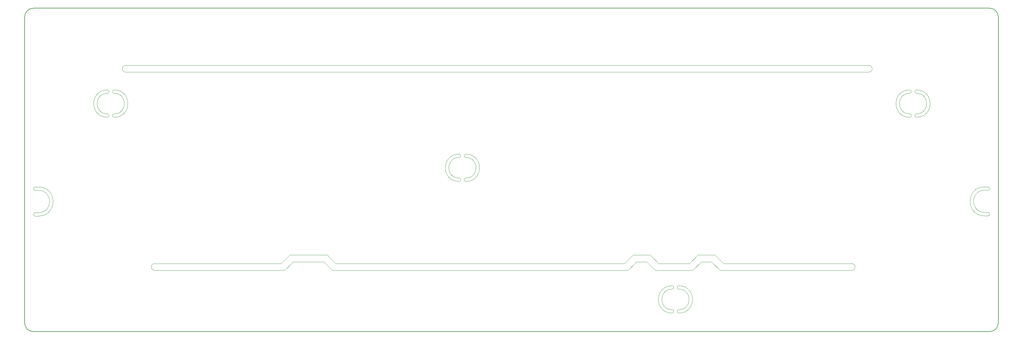
<source format=gbr>
G04 #@! TF.GenerationSoftware,KiCad,Pcbnew,(5.1.4)-1*
G04 #@! TF.CreationDate,2020-12-13T17:42:35-08:00*
G04 #@! TF.ProjectId,Flex60,466c6578-3630-42e6-9b69-6361645f7063,rev?*
G04 #@! TF.SameCoordinates,Original*
G04 #@! TF.FileFunction,Profile,NP*
%FSLAX46Y46*%
G04 Gerber Fmt 4.6, Leading zero omitted, Abs format (unit mm)*
G04 Created by KiCad (PCBNEW (5.1.4)-1) date 2020-12-13 17:42:35*
%MOMM*%
%LPD*%
G04 APERTURE LIST*
%ADD10C,0.050000*%
%ADD11C,0.200000*%
%ADD12C,0.120000*%
G04 APERTURE END LIST*
D10*
X189025000Y-70025000D02*
X191525000Y-67525000D01*
X198025000Y-68025000D02*
X198525000Y-68025000D01*
X197025000Y-70025000D02*
X197524999Y-70025000D01*
X175525000Y-67525000D02*
X176025000Y-68025000D01*
X176525000Y-65524999D02*
X177025000Y-66025000D01*
X171025000Y-66025000D02*
X171525000Y-65524999D01*
X172025000Y-68025000D02*
X172525000Y-67525000D01*
X82025001Y-65525000D02*
X81525000Y-65525000D01*
X82525000Y-66025000D02*
X82025001Y-65525000D01*
X81024999Y-67525000D02*
X80525000Y-67525000D01*
X81525000Y-68025000D02*
X81024999Y-67525000D01*
X72025000Y-67525000D02*
X72525000Y-67525000D01*
X71525000Y-68024999D02*
X72025000Y-67525000D01*
X70525000Y-66025000D02*
X71025000Y-65525000D01*
X31525000Y-70025000D02*
G75*
G02X31525000Y-68025000I0J1000000D01*
G01*
X235525000Y-68025000D02*
G75*
G02X235525000Y-70025000I0J-1000000D01*
G01*
X198525000Y-68025000D02*
X235525000Y-68024999D01*
X195525000Y-65525000D02*
X198025000Y-68025000D01*
X190524999Y-65525000D02*
X195525000Y-65525000D01*
X188025000Y-68024999D02*
X190524999Y-65525000D01*
X179025000Y-68024999D02*
X188025000Y-68024999D01*
X177025000Y-66025000D02*
X179025000Y-68024999D01*
X171525000Y-65524999D02*
X176525000Y-65524999D01*
X169025000Y-68024999D02*
X171025000Y-66025000D01*
X169025000Y-68024999D02*
X169025000Y-68024999D01*
X85525000Y-68024999D02*
X169025000Y-68024999D01*
X84525000Y-68024999D02*
X85525000Y-68024999D01*
X82525000Y-66025000D02*
X84525000Y-68024999D01*
X72525000Y-65525000D02*
X81525000Y-65525000D01*
X71025000Y-65525000D02*
X72525000Y-65525000D01*
X68525000Y-68025000D02*
X70525000Y-66025000D01*
X197524999Y-70025000D02*
X235525000Y-70025000D01*
X194525000Y-67525000D02*
X197025000Y-70025000D01*
X191525000Y-67525000D02*
X194525000Y-67525000D01*
X178025000Y-70025000D02*
X189025000Y-70025000D01*
X176025000Y-68025000D02*
X178025000Y-70025000D01*
X172525000Y-67525000D02*
X175525000Y-67525000D01*
X170025000Y-70025000D02*
X172025000Y-68025000D01*
X135525000Y-70025000D02*
X170025000Y-70025000D01*
X83525000Y-70025000D02*
X135525000Y-70025000D01*
X81525000Y-68025000D02*
X83525000Y-70025000D01*
X72525000Y-67525000D02*
X80525000Y-67525000D01*
X69524999Y-70025000D02*
X71525000Y-68024999D01*
X31525000Y-68025000D02*
X68525000Y-68025000D01*
X69524999Y-70025000D02*
X31525000Y-70025000D01*
X240525000Y-10024999D02*
G75*
G02X240525000Y-12025001I0J-1000001D01*
G01*
X23025000Y-12025000D02*
G75*
G02X23025000Y-10025000I0J1000000D01*
G01*
X240525000Y-12025001D02*
X23025000Y-12025001D01*
X23025000Y-10025000D02*
X240525000Y-10025000D01*
D11*
X-4049999Y-87925000D02*
G75*
G02X-6549999Y-85425000I0J2500000D01*
G01*
X-4050000Y6675000D02*
X275950001Y6675000D01*
X-6550000Y4175000D02*
G75*
G02X-4050000Y6675000I2500000J0D01*
G01*
X278450002Y-85425001D02*
G75*
G02X275950000Y-87925001I-2500001J1D01*
G01*
X-6549999Y-85425000D02*
X-6550000Y4175000D01*
X275950000Y-87925001D02*
X-4049999Y-87925000D01*
X275950001Y6675000D02*
G75*
G02X278450001Y4175000I0J-2500000D01*
G01*
X278450001Y4175000D02*
X278450001Y-85425000D01*
D12*
X275450001Y-53071250D02*
G75*
G02X275450001Y-54071250I0J-500000D01*
G01*
X275450001Y-45571250D02*
G75*
G02X275450001Y-46571250I0J-500000D01*
G01*
X274450001Y-54071250D02*
X275450001Y-54071250D01*
X274450001Y-53071250D02*
X275450001Y-53071250D01*
X274450001Y-46571250D02*
X275450001Y-46571250D01*
X274450001Y-45571250D02*
X275450001Y-45571250D01*
X274450001Y-54071250D02*
G75*
G02X274450001Y-45571250I0J4250000D01*
G01*
X274450001Y-53071250D02*
G75*
G02X274450001Y-46571250I0J3250000D01*
G01*
X-3499999Y-54125000D02*
G75*
G02X-3499999Y-53125000I0J500000D01*
G01*
X-3499999Y-46625000D02*
G75*
G02X-3499999Y-45625000I0J500000D01*
G01*
X-2499999Y-45625000D02*
X-3499999Y-45625000D01*
X-2499999Y-46625000D02*
X-3499999Y-46625000D01*
X-2499999Y-54125000D02*
X-3499999Y-54125000D01*
X-2499999Y-53125000D02*
X-3499999Y-53125000D01*
X-2499999Y-45625000D02*
G75*
G02X-2499999Y-54125000I0J-4250000D01*
G01*
X-2499999Y-46625000D02*
G75*
G02X-2499999Y-53125000I0J-3250000D01*
G01*
X252500001Y-24225000D02*
G75*
G02X252500001Y-25225000I0J-500000D01*
G01*
X252500001Y-24225000D02*
G75*
G02X252500001Y-18225000I0J3000000D01*
G01*
X252500001Y-25225000D02*
G75*
G02X252500001Y-17225000I0J4000000D01*
G01*
X254500001Y-25225000D02*
G75*
G02X254500001Y-24225000I0J500000D01*
G01*
X254500001Y-17225000D02*
G75*
G02X254500001Y-25225000I0J-4000000D01*
G01*
X254500001Y-18225000D02*
G75*
G02X254500001Y-24225000I0J-3000000D01*
G01*
X252500001Y-17225000D02*
G75*
G02X252500001Y-18225000I0J-500000D01*
G01*
X254500001Y-18225000D02*
G75*
G02X254500001Y-17225000I0J500000D01*
G01*
X182950001Y-81525000D02*
G75*
G02X182950001Y-82525000I0J-500000D01*
G01*
X182950001Y-81525000D02*
G75*
G02X182950001Y-75525000I0J3000000D01*
G01*
X182950001Y-82525000D02*
G75*
G02X182950001Y-74525000I0J4000000D01*
G01*
X184950001Y-82525000D02*
G75*
G02X184950001Y-81525000I0J500000D01*
G01*
X184950001Y-74525000D02*
G75*
G02X184950001Y-82525000I0J-4000000D01*
G01*
X184950001Y-75525000D02*
G75*
G02X184950001Y-81525000I0J-3000000D01*
G01*
X182950001Y-74525000D02*
G75*
G02X182950001Y-75525000I0J-500000D01*
G01*
X184950001Y-75525000D02*
G75*
G02X184950001Y-74525000I0J500000D01*
G01*
X120587500Y-43000000D02*
G75*
G02X120587500Y-44000000I0J-500000D01*
G01*
X120587500Y-43000000D02*
G75*
G02X120587500Y-37000000I0J3000000D01*
G01*
X120587500Y-44000000D02*
G75*
G02X120587500Y-36000000I0J4000000D01*
G01*
X122587500Y-44000000D02*
G75*
G02X122587500Y-43000000I0J500000D01*
G01*
X122587500Y-36000000D02*
G75*
G02X122587500Y-44000000I0J-4000000D01*
G01*
X122587500Y-37000000D02*
G75*
G02X122587500Y-43000000I0J-3000000D01*
G01*
X120587500Y-36000000D02*
G75*
G02X120587500Y-37000000I0J-500000D01*
G01*
X122587500Y-37000000D02*
G75*
G02X122587500Y-36000000I0J500000D01*
G01*
X17650002Y-24225000D02*
G75*
G02X17650002Y-25225000I0J-500000D01*
G01*
X17650002Y-24225000D02*
G75*
G02X17650002Y-18225000I0J3000000D01*
G01*
X17650002Y-25225000D02*
G75*
G02X17650002Y-17225000I0J4000000D01*
G01*
X19650002Y-25225000D02*
G75*
G02X19650002Y-24225000I0J500000D01*
G01*
X19650002Y-17225000D02*
G75*
G02X19650002Y-25225000I0J-4000000D01*
G01*
X19650002Y-18225000D02*
G75*
G02X19650002Y-24225000I0J-3000000D01*
G01*
X17650002Y-17225000D02*
G75*
G02X17650002Y-18225000I0J-500000D01*
G01*
X19650002Y-18225000D02*
G75*
G02X19650002Y-17225000I0J500000D01*
G01*
M02*

</source>
